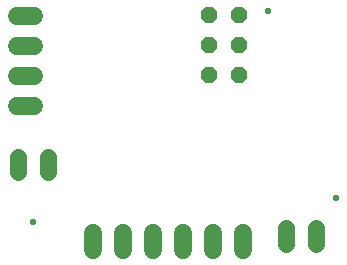
<source format=gbr>
G04 EAGLE Gerber RS-274X export*
G75*
%MOMM*%
%FSLAX34Y34*%
%LPD*%
%INSoldermask Bottom*%
%IPPOS*%
%AMOC8*
5,1,8,0,0,1.08239X$1,22.5*%
G01*
%ADD10C,0.551600*%
%ADD11C,1.422400*%
%ADD12C,1.524000*%
%ADD13P,1.525737X8X292.500000*%


D10*
X235350Y220111D03*
X292917Y61801D03*
X36403Y41483D03*
D11*
X48968Y83824D02*
X48968Y97032D01*
X23568Y97032D02*
X23568Y83824D01*
D12*
X137800Y32512D02*
X137800Y18288D01*
X163200Y18288D02*
X163200Y32512D01*
X87000Y32512D02*
X87000Y18288D01*
X112400Y18288D02*
X112400Y32512D01*
X188600Y32512D02*
X188600Y18288D01*
X214000Y18288D02*
X214000Y32512D01*
X37512Y139700D02*
X23288Y139700D01*
X23288Y165100D02*
X37512Y165100D01*
X37512Y190500D02*
X23288Y190500D01*
X23288Y215900D02*
X37512Y215900D01*
D11*
X250500Y36404D02*
X250500Y23196D01*
X275900Y23196D02*
X275900Y36404D01*
D13*
X210900Y191400D03*
X185500Y191400D03*
X210900Y216800D03*
X185500Y216800D03*
X185500Y166000D03*
X210900Y166000D03*
M02*

</source>
